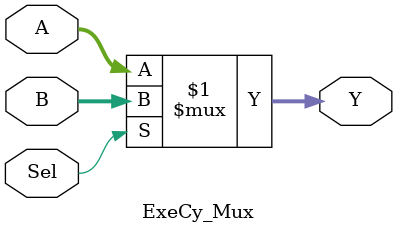
<source format=v>
`timescale 1ns / 1ps

module ExeCy_Mux(A,B,Sel,Y);
input [31:0] A,B;
input Sel;
output [31:0] Y;

assign Y = Sel ? B : A ;
 
endmodule

</source>
